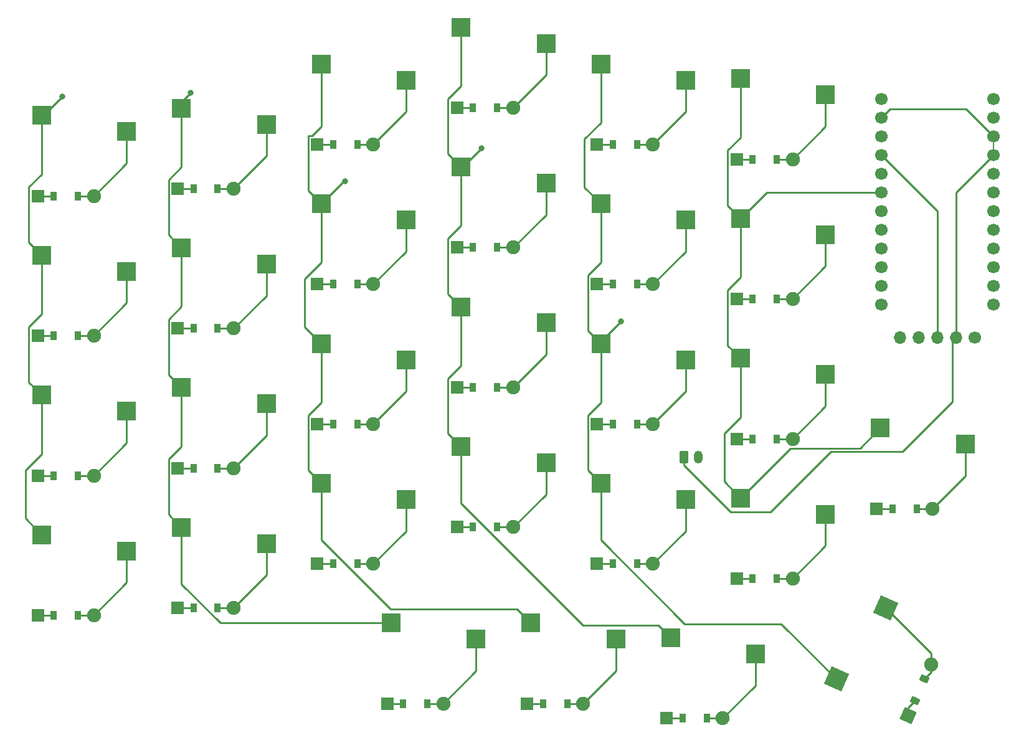
<source format=gbr>
%TF.GenerationSoftware,KiCad,Pcbnew,8.0.5*%
%TF.CreationDate,2024-11-30T23:52:13+01:00*%
%TF.ProjectId,left_finished,6c656674-5f66-4696-9e69-736865642e6b,v1.0.0*%
%TF.SameCoordinates,Original*%
%TF.FileFunction,Copper,L2,Bot*%
%TF.FilePolarity,Positive*%
%FSLAX46Y46*%
G04 Gerber Fmt 4.6, Leading zero omitted, Abs format (unit mm)*
G04 Created by KiCad (PCBNEW 8.0.5) date 2024-11-30 23:52:13*
%MOMM*%
%LPD*%
G01*
G04 APERTURE LIST*
G04 Aperture macros list*
%AMRoundRect*
0 Rectangle with rounded corners*
0 $1 Rounding radius*
0 $2 $3 $4 $5 $6 $7 $8 $9 X,Y pos of 4 corners*
0 Add a 4 corners polygon primitive as box body*
4,1,4,$2,$3,$4,$5,$6,$7,$8,$9,$2,$3,0*
0 Add four circle primitives for the rounded corners*
1,1,$1+$1,$2,$3*
1,1,$1+$1,$4,$5*
1,1,$1+$1,$6,$7*
1,1,$1+$1,$8,$9*
0 Add four rect primitives between the rounded corners*
20,1,$1+$1,$2,$3,$4,$5,0*
20,1,$1+$1,$4,$5,$6,$7,0*
20,1,$1+$1,$6,$7,$8,$9,0*
20,1,$1+$1,$8,$9,$2,$3,0*%
%AMRotRect*
0 Rectangle, with rotation*
0 The origin of the aperture is its center*
0 $1 length*
0 $2 width*
0 $3 Rotation angle, in degrees counterclockwise*
0 Add horizontal line*
21,1,$1,$2,0,0,$3*%
G04 Aperture macros list end*
%TA.AperFunction,SMDPad,CuDef*%
%ADD10R,2.600000X2.600000*%
%TD*%
%TA.AperFunction,ComponentPad*%
%ADD11R,1.778000X1.778000*%
%TD*%
%TA.AperFunction,SMDPad,CuDef*%
%ADD12R,0.900000X1.200000*%
%TD*%
%TA.AperFunction,ComponentPad*%
%ADD13C,1.905000*%
%TD*%
%TA.AperFunction,ComponentPad*%
%ADD14C,1.700000*%
%TD*%
%TA.AperFunction,SMDPad,CuDef*%
%ADD15RotRect,2.600000X2.600000X66.000000*%
%TD*%
%TA.AperFunction,ComponentPad*%
%ADD16RotRect,1.778000X1.778000X66.000000*%
%TD*%
%TA.AperFunction,SMDPad,CuDef*%
%ADD17RotRect,0.900000X1.200000X66.000000*%
%TD*%
%TA.AperFunction,ComponentPad*%
%ADD18O,1.700000X1.700000*%
%TD*%
%TA.AperFunction,ComponentPad*%
%ADD19RoundRect,0.240000X0.360000X0.635000X-0.360000X0.635000X-0.360000X-0.635000X0.360000X-0.635000X0*%
%TD*%
%TA.AperFunction,ComponentPad*%
%ADD20O,1.200000X1.750000*%
%TD*%
%TA.AperFunction,ViaPad*%
%ADD21C,0.800000*%
%TD*%
%TA.AperFunction,Conductor*%
%ADD22C,0.250000*%
%TD*%
%TA.AperFunction,Conductor*%
%ADD23C,0.200000*%
%TD*%
G04 APERTURE END LIST*
D10*
%TO.P,S18,1*%
%TO.N,P4*%
X220725000Y-138050000D03*
%TO.P,S18,2*%
%TO.N,index_home*%
X232275000Y-140250000D03*
%TD*%
D11*
%TO.P,D6,1*%
%TO.N,P16*%
X163190000Y-155000000D03*
D12*
X165350000Y-155000000D03*
%TO.P,D6,2*%
%TO.N,pinky_home*%
X168650000Y-155000000D03*
D13*
X170810000Y-155000000D03*
%TD*%
D11*
%TO.P,D13,1*%
%TO.N,P10*%
X201190000Y-163000000D03*
D12*
X203350000Y-163000000D03*
%TO.P,D13,2*%
%TO.N,middle_bottom*%
X206650000Y-163000000D03*
D13*
X208810000Y-163000000D03*
%TD*%
D11*
%TO.P,D16,1*%
%TO.N,P21*%
X201190000Y-106000000D03*
D12*
X203350000Y-106000000D03*
%TO.P,D16,2*%
%TO.N,middle_number*%
X206650000Y-106000000D03*
D13*
X208810000Y-106000000D03*
%TD*%
D11*
%TO.P,D23,1*%
%TO.N,P19*%
X239190000Y-132000000D03*
D12*
X241350000Y-132000000D03*
%TO.P,D23,2*%
%TO.N,inner_top*%
X244650000Y-132000000D03*
D13*
X246810000Y-132000000D03*
%TD*%
D11*
%TO.P,D2,1*%
%TO.N,P16*%
X144190000Y-156000000D03*
D12*
X146350000Y-156000000D03*
%TO.P,D2,2*%
%TO.N,outer_home*%
X149650000Y-156000000D03*
D13*
X151810000Y-156000000D03*
%TD*%
D10*
%TO.P,S9,1*%
%TO.N,P2*%
X182725000Y-157050000D03*
%TO.P,S9,2*%
%TO.N,ring_bottom*%
X194275000Y-159250000D03*
%TD*%
D11*
%TO.P,D29,1*%
%TO.N,P9*%
X258190000Y-160500000D03*
D12*
X260350000Y-160500000D03*
%TO.P,D29,2*%
%TO.N,main_main*%
X263650000Y-160500000D03*
D13*
X265810000Y-160500000D03*
%TD*%
D11*
%TO.P,D14,1*%
%TO.N,P16*%
X201190000Y-144000000D03*
D12*
X203350000Y-144000000D03*
%TO.P,D14,2*%
%TO.N,middle_home*%
X206650000Y-144000000D03*
D13*
X208810000Y-144000000D03*
%TD*%
D10*
%TO.P,S27,1*%
%TO.N,P3*%
X230225000Y-178050000D03*
%TO.P,S27,2*%
%TO.N,far_bottom*%
X241775000Y-180250000D03*
%TD*%
%TO.P,S14,1*%
%TO.N,P3*%
X201725000Y-133050000D03*
%TO.P,S14,2*%
%TO.N,middle_home*%
X213275000Y-135250000D03*
%TD*%
D14*
%TO.P,MCU1,1*%
%TO.N,P1*%
X274120000Y-104800000D03*
%TO.P,MCU1,2*%
%TO.N,P0*%
X274120000Y-107340000D03*
%TO.P,MCU1,3*%
%TO.N,GND*%
X274120000Y-109880000D03*
%TO.P,MCU1,4*%
X274120000Y-112420000D03*
%TO.P,MCU1,5*%
%TO.N,P2*%
X274120000Y-114960000D03*
%TO.P,MCU1,6*%
%TO.N,P3*%
X274120000Y-117500000D03*
%TO.P,MCU1,7*%
%TO.N,P4*%
X274120000Y-120040000D03*
%TO.P,MCU1,8*%
%TO.N,P5*%
X274120000Y-122580000D03*
%TO.P,MCU1,9*%
%TO.N,P6*%
X274120000Y-125120000D03*
%TO.P,MCU1,10*%
%TO.N,P7*%
X274120000Y-127660000D03*
%TO.P,MCU1,11*%
%TO.N,P8*%
X274120000Y-130200000D03*
%TO.P,MCU1,12*%
%TO.N,P9*%
X274120000Y-132740000D03*
%TO.P,MCU1,13*%
%TO.N,P10*%
X258880000Y-132740000D03*
%TO.P,MCU1,14*%
%TO.N,P16*%
X258880000Y-130200000D03*
%TO.P,MCU1,15*%
%TO.N,P14*%
X258880000Y-127660000D03*
%TO.P,MCU1,16*%
%TO.N,P15*%
X258880000Y-125120000D03*
%TO.P,MCU1,17*%
%TO.N,P18*%
X258880000Y-122580000D03*
%TO.P,MCU1,18*%
%TO.N,P19*%
X258880000Y-120040000D03*
%TO.P,MCU1,19*%
%TO.N,P20*%
X258880000Y-117500000D03*
%TO.P,MCU1,20*%
%TO.N,P21*%
X258880000Y-114960000D03*
%TO.P,MCU1,21*%
%TO.N,VCC*%
X258880000Y-112420000D03*
%TO.P,MCU1,22*%
%TO.N,RST*%
X258880000Y-109880000D03*
%TO.P,MCU1,23*%
%TO.N,GND*%
X258880000Y-107340000D03*
%TO.P,MCU1,24*%
%TO.N,RAW*%
X258880000Y-104800000D03*
%TD*%
D11*
%TO.P,D8,1*%
%TO.N,P21*%
X163190000Y-117000000D03*
D12*
X165350000Y-117000000D03*
%TO.P,D8,2*%
%TO.N,pinky_number*%
X168650000Y-117000000D03*
D13*
X170810000Y-117000000D03*
%TD*%
D10*
%TO.P,S21,1*%
%TO.N,P20*%
X239725000Y-159050000D03*
%TO.P,S21,2*%
%TO.N,inner_bottom*%
X251275000Y-161250000D03*
%TD*%
%TO.P,S23,1*%
%TO.N,P20*%
X239725000Y-121050000D03*
%TO.P,S23,2*%
%TO.N,inner_top*%
X251275000Y-123250000D03*
%TD*%
D11*
%TO.P,D11,1*%
%TO.N,P19*%
X182190000Y-130000000D03*
D12*
X184350000Y-130000000D03*
%TO.P,D11,2*%
%TO.N,ring_top*%
X187650000Y-130000000D03*
D13*
X189810000Y-130000000D03*
%TD*%
D11*
%TO.P,D3,1*%
%TO.N,P19*%
X144190000Y-137000000D03*
D12*
X146350000Y-137000000D03*
%TO.P,D3,2*%
%TO.N,outer_top*%
X149650000Y-137000000D03*
D13*
X151810000Y-137000000D03*
%TD*%
D10*
%TO.P,S6,1*%
%TO.N,P0*%
X163725000Y-144050000D03*
%TO.P,S6,2*%
%TO.N,pinky_home*%
X175275000Y-146250000D03*
%TD*%
D11*
%TO.P,D10,1*%
%TO.N,P16*%
X182190000Y-149000000D03*
D12*
X184350000Y-149000000D03*
%TO.P,D10,2*%
%TO.N,ring_home*%
X187650000Y-149000000D03*
D13*
X189810000Y-149000000D03*
%TD*%
D11*
%TO.P,D18,1*%
%TO.N,P16*%
X220190000Y-149000000D03*
D12*
X222350000Y-149000000D03*
%TO.P,D18,2*%
%TO.N,index_home*%
X225650000Y-149000000D03*
D13*
X227810000Y-149000000D03*
%TD*%
D15*
%TO.P,S28,1*%
%TO.N,P4*%
X252732342Y-183671778D03*
%TO.P,S28,2*%
%TO.N,double_bottom*%
X259439950Y-174015149D03*
%TD*%
D10*
%TO.P,S8,1*%
%TO.N,P0*%
X163725000Y-106050000D03*
%TO.P,S8,2*%
%TO.N,pinky_number*%
X175275000Y-108250000D03*
%TD*%
%TO.P,S12,1*%
%TO.N,P2*%
X182725000Y-100050000D03*
%TO.P,S12,2*%
%TO.N,ring_number*%
X194275000Y-102250000D03*
%TD*%
D16*
%TO.P,D28,1*%
%TO.N,P9*%
X262518060Y-188614291D03*
D17*
X263396612Y-186641033D03*
%TO.P,D28,2*%
%TO.N,double_bottom*%
X264738842Y-183626333D03*
D13*
X265617394Y-181653075D03*
%TD*%
D10*
%TO.P,S7,1*%
%TO.N,P0*%
X163725000Y-125050000D03*
%TO.P,S7,2*%
%TO.N,pinky_top*%
X175275000Y-127250000D03*
%TD*%
D11*
%TO.P,D17,1*%
%TO.N,P10*%
X220190000Y-168000000D03*
D12*
X222350000Y-168000000D03*
%TO.P,D17,2*%
%TO.N,index_bottom*%
X225650000Y-168000000D03*
D13*
X227810000Y-168000000D03*
%TD*%
D10*
%TO.P,S4,1*%
%TO.N,P1*%
X144725000Y-107050000D03*
%TO.P,S4,2*%
%TO.N,outer_number*%
X156275000Y-109250000D03*
%TD*%
%TO.P,S3,1*%
%TO.N,P1*%
X144725000Y-126050000D03*
%TO.P,S3,2*%
%TO.N,outer_top*%
X156275000Y-128250000D03*
%TD*%
D11*
%TO.P,D27,1*%
%TO.N,P9*%
X229690000Y-189000000D03*
D12*
X231850000Y-189000000D03*
%TO.P,D27,2*%
%TO.N,far_bottom*%
X235150000Y-189000000D03*
D13*
X237310000Y-189000000D03*
%TD*%
D10*
%TO.P,S26,1*%
%TO.N,P2*%
X211225000Y-176050000D03*
%TO.P,S26,2*%
%TO.N,home_bottom*%
X222775000Y-178250000D03*
%TD*%
%TO.P,S2,1*%
%TO.N,P1*%
X144725000Y-145050000D03*
%TO.P,S2,2*%
%TO.N,outer_home*%
X156275000Y-147250000D03*
%TD*%
D11*
%TO.P,D25,1*%
%TO.N,P9*%
X191690000Y-187000000D03*
D12*
X193850000Y-187000000D03*
%TO.P,D25,2*%
%TO.N,near_bottom*%
X197150000Y-187000000D03*
D13*
X199310000Y-187000000D03*
%TD*%
D10*
%TO.P,S17,1*%
%TO.N,P4*%
X220725000Y-157050000D03*
%TO.P,S17,2*%
%TO.N,index_bottom*%
X232275000Y-159250000D03*
%TD*%
D11*
%TO.P,D26,1*%
%TO.N,P9*%
X210690000Y-187000000D03*
D12*
X212850000Y-187000000D03*
%TO.P,D26,2*%
%TO.N,home_bottom*%
X216150000Y-187000000D03*
D13*
X218310000Y-187000000D03*
%TD*%
D11*
%TO.P,D9,1*%
%TO.N,P10*%
X182190000Y-168000000D03*
D12*
X184350000Y-168000000D03*
%TO.P,D9,2*%
%TO.N,ring_bottom*%
X187650000Y-168000000D03*
D13*
X189810000Y-168000000D03*
%TD*%
D10*
%TO.P,S25,1*%
%TO.N,P0*%
X192225000Y-176050000D03*
%TO.P,S25,2*%
%TO.N,near_bottom*%
X203775000Y-178250000D03*
%TD*%
%TO.P,S29,1*%
%TO.N,P20*%
X258725000Y-149550000D03*
%TO.P,S29,2*%
%TO.N,main_main*%
X270275000Y-151750000D03*
%TD*%
%TO.P,S16,1*%
%TO.N,P3*%
X201725000Y-95050000D03*
%TO.P,S16,2*%
%TO.N,middle_number*%
X213275000Y-97250000D03*
%TD*%
%TO.P,S5,1*%
%TO.N,P0*%
X163725000Y-163050000D03*
%TO.P,S5,2*%
%TO.N,pinky_bottom*%
X175275000Y-165250000D03*
%TD*%
D11*
%TO.P,D7,1*%
%TO.N,P19*%
X163190000Y-136000000D03*
D12*
X165350000Y-136000000D03*
%TO.P,D7,2*%
%TO.N,pinky_top*%
X168650000Y-136000000D03*
D13*
X170810000Y-136000000D03*
%TD*%
D10*
%TO.P,S10,1*%
%TO.N,P2*%
X182725000Y-138050000D03*
%TO.P,S10,2*%
%TO.N,ring_home*%
X194275000Y-140250000D03*
%TD*%
D11*
%TO.P,D1,1*%
%TO.N,P10*%
X144190000Y-175000000D03*
D12*
X146350000Y-175000000D03*
%TO.P,D1,2*%
%TO.N,outer_bottom*%
X149650000Y-175000000D03*
D13*
X151810000Y-175000000D03*
%TD*%
D11*
%TO.P,D19,1*%
%TO.N,P19*%
X220190000Y-130000000D03*
D12*
X222350000Y-130000000D03*
%TO.P,D19,2*%
%TO.N,index_top*%
X225650000Y-130000000D03*
D13*
X227810000Y-130000000D03*
%TD*%
D11*
%TO.P,D21,1*%
%TO.N,P10*%
X239190000Y-170000000D03*
D12*
X241350000Y-170000000D03*
%TO.P,D21,2*%
%TO.N,inner_bottom*%
X244650000Y-170000000D03*
D13*
X246810000Y-170000000D03*
%TD*%
D11*
%TO.P,D24,1*%
%TO.N,P21*%
X239190000Y-113000000D03*
D12*
X241350000Y-113000000D03*
%TO.P,D24,2*%
%TO.N,inner_number*%
X244650000Y-113000000D03*
D13*
X246810000Y-113000000D03*
%TD*%
D11*
%TO.P,D15,1*%
%TO.N,P19*%
X201190000Y-125000000D03*
D12*
X203350000Y-125000000D03*
%TO.P,D15,2*%
%TO.N,middle_top*%
X206650000Y-125000000D03*
D13*
X208810000Y-125000000D03*
%TD*%
D11*
%TO.P,D4,1*%
%TO.N,P21*%
X144190000Y-118000000D03*
D12*
X146350000Y-118000000D03*
%TO.P,D4,2*%
%TO.N,outer_number*%
X149650000Y-118000000D03*
D13*
X151810000Y-118000000D03*
%TD*%
D10*
%TO.P,S22,1*%
%TO.N,P20*%
X239725000Y-140050000D03*
%TO.P,S22,2*%
%TO.N,inner_home*%
X251275000Y-142250000D03*
%TD*%
%TO.P,S19,1*%
%TO.N,P4*%
X220725000Y-119050000D03*
%TO.P,S19,2*%
%TO.N,index_top*%
X232275000Y-121250000D03*
%TD*%
D18*
%TO.P,DISP1,1*%
%TO.N,P5*%
X261420000Y-137200000D03*
%TO.P,DISP1,2*%
%TO.N,P6*%
X263960000Y-137200000D03*
%TO.P,DISP1,3*%
%TO.N,VCC*%
X266500000Y-137200000D03*
%TO.P,DISP1,4*%
%TO.N,GND*%
X269040000Y-137200000D03*
D14*
%TO.P,DISP1,5*%
%TO.N,P7*%
X271580000Y-137200000D03*
%TD*%
D11*
%TO.P,D12,1*%
%TO.N,P21*%
X182190000Y-111000000D03*
D12*
X184350000Y-111000000D03*
%TO.P,D12,2*%
%TO.N,ring_number*%
X187650000Y-111000000D03*
D13*
X189810000Y-111000000D03*
%TD*%
D11*
%TO.P,D20,1*%
%TO.N,P21*%
X220190000Y-111000000D03*
D12*
X222350000Y-111000000D03*
%TO.P,D20,2*%
%TO.N,index_number*%
X225650000Y-111000000D03*
D13*
X227810000Y-111000000D03*
%TD*%
D11*
%TO.P,D22,1*%
%TO.N,P16*%
X239190000Y-151000000D03*
D12*
X241350000Y-151000000D03*
%TO.P,D22,2*%
%TO.N,inner_home*%
X244650000Y-151000000D03*
D13*
X246810000Y-151000000D03*
%TD*%
D10*
%TO.P,S24,1*%
%TO.N,P20*%
X239725000Y-102050000D03*
%TO.P,S24,2*%
%TO.N,inner_number*%
X251275000Y-104250000D03*
%TD*%
%TO.P,S20,1*%
%TO.N,P4*%
X220725000Y-100050000D03*
%TO.P,S20,2*%
%TO.N,index_number*%
X232275000Y-102250000D03*
%TD*%
%TO.P,S11,1*%
%TO.N,P2*%
X182725000Y-119050000D03*
%TO.P,S11,2*%
%TO.N,ring_top*%
X194275000Y-121250000D03*
%TD*%
D11*
%TO.P,D5,1*%
%TO.N,P10*%
X163190000Y-174000000D03*
D12*
X165350000Y-174000000D03*
%TO.P,D5,2*%
%TO.N,pinky_bottom*%
X168650000Y-174000000D03*
D13*
X170810000Y-174000000D03*
%TD*%
D10*
%TO.P,S1,1*%
%TO.N,P1*%
X144725000Y-164050000D03*
%TO.P,S1,2*%
%TO.N,outer_bottom*%
X156275000Y-166250000D03*
%TD*%
%TO.P,S13,1*%
%TO.N,P3*%
X201725000Y-152050000D03*
%TO.P,S13,2*%
%TO.N,middle_bottom*%
X213275000Y-154250000D03*
%TD*%
%TO.P,S15,1*%
%TO.N,P3*%
X201725000Y-114050000D03*
%TO.P,S15,2*%
%TO.N,middle_top*%
X213275000Y-116250000D03*
%TD*%
D19*
%TO.P,JST1,1*%
%TO.N,GND*%
X232000000Y-153500000D03*
D20*
%TO.P,JST1,2*%
%TO.N,pos*%
X234000000Y-153500000D03*
%TD*%
D21*
%TO.N,P1*%
X147500000Y-104500000D03*
%TO.N,P0*%
X165000000Y-104000000D03*
%TO.N,P2*%
X186000000Y-116000000D03*
%TO.N,P3*%
X204500000Y-111500000D03*
%TO.N,P4*%
X223500000Y-135000000D03*
%TD*%
D22*
%TO.N,P1*%
X144725000Y-145050000D02*
X144725000Y-153037000D01*
X142976000Y-124301000D02*
X144725000Y-126050000D01*
X144725000Y-115037000D02*
X142976000Y-116786000D01*
X142500000Y-161825000D02*
X144725000Y-164050000D01*
X142976000Y-143301000D02*
X144725000Y-145050000D01*
X144725000Y-107050000D02*
X144950000Y-107050000D01*
X144725000Y-126050000D02*
X144725000Y-134037000D01*
X144950000Y-107050000D02*
X147500000Y-104500000D01*
X144725000Y-134037000D02*
X142976000Y-135786000D01*
X144725000Y-153037000D02*
X142500000Y-155262000D01*
X142500000Y-155262000D02*
X142500000Y-161825000D01*
X144725000Y-107050000D02*
X144725000Y-115037000D01*
X142976000Y-116786000D02*
X142976000Y-124301000D01*
X142976000Y-135786000D02*
X142976000Y-143301000D01*
%TO.N,outer_bottom*%
X151810000Y-175000000D02*
X149650000Y-175000000D01*
X156275000Y-166250000D02*
X156275000Y-170535000D01*
X156275000Y-170535000D02*
X151810000Y-175000000D01*
%TO.N,outer_home*%
X151810000Y-156000000D02*
X149650000Y-156000000D01*
X156275000Y-151535000D02*
X151810000Y-156000000D01*
X156275000Y-147250000D02*
X156275000Y-151535000D01*
%TO.N,outer_top*%
X156275000Y-132535000D02*
X151810000Y-137000000D01*
X149650000Y-137000000D02*
X151810000Y-137000000D01*
X156275000Y-128250000D02*
X156275000Y-132535000D01*
%TO.N,outer_number*%
X156275000Y-113535000D02*
X151810000Y-118000000D01*
X156275000Y-109250000D02*
X156275000Y-113535000D01*
X151810000Y-118000000D02*
X149650000Y-118000000D01*
%TO.N,P0*%
X169000000Y-176050000D02*
X192225000Y-176050000D01*
X163725000Y-163050000D02*
X163725000Y-170775000D01*
X161976000Y-153786000D02*
X161976000Y-161301000D01*
X161976000Y-142301000D02*
X163725000Y-144050000D01*
X161976000Y-134786000D02*
X161976000Y-142301000D01*
X163725000Y-114037000D02*
X161976000Y-115786000D01*
X163725000Y-133037000D02*
X161976000Y-134786000D01*
X163725000Y-144050000D02*
X163725000Y-152037000D01*
X163725000Y-105275000D02*
X163725000Y-106050000D01*
X163725000Y-152037000D02*
X161976000Y-153786000D01*
X165000000Y-104000000D02*
X163725000Y-105275000D01*
X161976000Y-123301000D02*
X163725000Y-125050000D01*
X163725000Y-170775000D02*
X169000000Y-176050000D01*
X163725000Y-106050000D02*
X163725000Y-114037000D01*
X161976000Y-115786000D02*
X161976000Y-123301000D01*
X163725000Y-125050000D02*
X163725000Y-133037000D01*
X161976000Y-161301000D02*
X163725000Y-163050000D01*
%TO.N,pinky_bottom*%
X175275000Y-165250000D02*
X175275000Y-169535000D01*
X175275000Y-169535000D02*
X170810000Y-174000000D01*
X170810000Y-174000000D02*
X168650000Y-174000000D01*
%TO.N,pinky_home*%
X175275000Y-150535000D02*
X170810000Y-155000000D01*
X175275000Y-146250000D02*
X175275000Y-150535000D01*
X170810000Y-155000000D02*
X168650000Y-155000000D01*
%TO.N,pinky_top*%
X175275000Y-131535000D02*
X170810000Y-136000000D01*
X175275000Y-127250000D02*
X175275000Y-131535000D01*
X168650000Y-136000000D02*
X170810000Y-136000000D01*
%TO.N,pinky_number*%
X175275000Y-112535000D02*
X170810000Y-117000000D01*
X170810000Y-117000000D02*
X168650000Y-117000000D01*
X175275000Y-108250000D02*
X175275000Y-112535000D01*
%TO.N,P2*%
X182725000Y-119050000D02*
X182725000Y-127037000D01*
X182725000Y-108561000D02*
X181500000Y-109786000D01*
X180500000Y-135825000D02*
X182725000Y-138050000D01*
X182725000Y-127037000D02*
X180500000Y-129262000D01*
X180976000Y-155301000D02*
X182725000Y-157050000D01*
X180500000Y-129262000D02*
X180500000Y-135825000D01*
X185775000Y-116000000D02*
X186000000Y-116000000D01*
X180976000Y-109786000D02*
X180976000Y-117301000D01*
X182725000Y-157050000D02*
X182725000Y-164775000D01*
X182725000Y-138050000D02*
X182725000Y-146037000D01*
X182725000Y-100050000D02*
X182725000Y-108561000D01*
X209350000Y-174175000D02*
X211225000Y-176050000D01*
X180976000Y-147786000D02*
X180976000Y-155301000D01*
X182725000Y-146037000D02*
X180976000Y-147786000D01*
X180976000Y-117301000D02*
X182725000Y-119050000D01*
X182725000Y-119050000D02*
X185775000Y-116000000D01*
X182725000Y-164775000D02*
X192125000Y-174175000D01*
X181500000Y-109786000D02*
X180976000Y-109786000D01*
X192125000Y-174175000D02*
X209350000Y-174175000D01*
%TO.N,ring_bottom*%
X189810000Y-168000000D02*
X187650000Y-168000000D01*
X194275000Y-163535000D02*
X189810000Y-168000000D01*
X194275000Y-159250000D02*
X194275000Y-163535000D01*
%TO.N,ring_home*%
X189810000Y-149000000D02*
X187650000Y-149000000D01*
X194275000Y-140250000D02*
X194275000Y-144535000D01*
X194275000Y-144535000D02*
X189810000Y-149000000D01*
%TO.N,ring_top*%
X194275000Y-125535000D02*
X189810000Y-130000000D01*
X187650000Y-130000000D02*
X189810000Y-130000000D01*
X194275000Y-121250000D02*
X194275000Y-125535000D01*
%TO.N,ring_number*%
X194275000Y-106535000D02*
X189810000Y-111000000D01*
X194275000Y-102250000D02*
X194275000Y-106535000D01*
X189810000Y-111000000D02*
X187650000Y-111000000D01*
%TO.N,P3*%
X199976000Y-104786000D02*
X199976000Y-112301000D01*
X201725000Y-114050000D02*
X201725000Y-122037000D01*
X199976000Y-131301000D02*
X201725000Y-133050000D01*
X201725000Y-122037000D02*
X199976000Y-123786000D01*
X199976000Y-150301000D02*
X201725000Y-152050000D01*
X218325000Y-176375000D02*
X228550000Y-176375000D01*
X201725000Y-103037000D02*
X199976000Y-104786000D01*
X201725000Y-114050000D02*
X201950000Y-114050000D01*
X199976000Y-142786000D02*
X199976000Y-150301000D01*
X201725000Y-95050000D02*
X201725000Y-103037000D01*
X201725000Y-141037000D02*
X199976000Y-142786000D01*
X199976000Y-112301000D02*
X201725000Y-114050000D01*
X201950000Y-114050000D02*
X204500000Y-111500000D01*
X201725000Y-159775000D02*
X218325000Y-176375000D01*
X228550000Y-176375000D02*
X230225000Y-178050000D01*
X199976000Y-123786000D02*
X199976000Y-131301000D01*
X201725000Y-152050000D02*
X201725000Y-159775000D01*
X201725000Y-133050000D02*
X201725000Y-141037000D01*
%TO.N,middle_bottom*%
X213275000Y-158535000D02*
X208810000Y-163000000D01*
X208810000Y-163000000D02*
X206650000Y-163000000D01*
X213275000Y-154250000D02*
X213275000Y-158535000D01*
%TO.N,middle_home*%
X213275000Y-139535000D02*
X208810000Y-144000000D01*
X208810000Y-144000000D02*
X206650000Y-144000000D01*
X213275000Y-135250000D02*
X213275000Y-139535000D01*
%TO.N,middle_top*%
X213275000Y-116250000D02*
X213275000Y-120535000D01*
X213275000Y-120535000D02*
X208810000Y-125000000D01*
X206650000Y-125000000D02*
X208810000Y-125000000D01*
%TO.N,middle_number*%
X208810000Y-106000000D02*
X206650000Y-106000000D01*
X213275000Y-101535000D02*
X208810000Y-106000000D01*
X213275000Y-97250000D02*
X213275000Y-101535000D01*
%TO.N,P4*%
X232125000Y-176175000D02*
X245235564Y-176175000D01*
X220725000Y-157050000D02*
X220725000Y-164775000D01*
X220725000Y-119050000D02*
X220725000Y-127037000D01*
X245235564Y-176175000D02*
X252732342Y-183671778D01*
X220725000Y-100050000D02*
X220725000Y-108037000D01*
X218976000Y-128786000D02*
X218976000Y-136301000D01*
X218976000Y-155301000D02*
X220725000Y-157050000D01*
X218976000Y-147786000D02*
X218976000Y-155301000D01*
X220725000Y-108037000D02*
X218500000Y-110262000D01*
X220725000Y-138050000D02*
X220725000Y-137775000D01*
X220725000Y-138050000D02*
X220725000Y-146037000D01*
X220725000Y-164775000D02*
X232125000Y-176175000D01*
X218500000Y-110262000D02*
X218500000Y-116825000D01*
X220725000Y-137775000D02*
X223500000Y-135000000D01*
X220725000Y-146037000D02*
X218976000Y-147786000D01*
X218976000Y-136301000D02*
X220725000Y-138050000D01*
X218500000Y-116825000D02*
X220725000Y-119050000D01*
X220725000Y-127037000D02*
X218976000Y-128786000D01*
%TO.N,index_bottom*%
X232275000Y-159250000D02*
X232275000Y-163535000D01*
X232275000Y-163535000D02*
X227810000Y-168000000D01*
X227810000Y-168000000D02*
X225650000Y-168000000D01*
%TO.N,index_home*%
X227810000Y-149000000D02*
X225650000Y-149000000D01*
X232275000Y-140250000D02*
X232275000Y-144535000D01*
X232275000Y-144535000D02*
X227810000Y-149000000D01*
%TO.N,index_top*%
X225650000Y-130000000D02*
X227810000Y-130000000D01*
X232275000Y-121250000D02*
X232275000Y-125535000D01*
X232275000Y-125535000D02*
X227810000Y-130000000D01*
%TO.N,index_number*%
X232275000Y-102250000D02*
X232275000Y-106535000D01*
X227810000Y-111000000D02*
X225650000Y-111000000D01*
X232275000Y-106535000D02*
X227810000Y-111000000D01*
%TO.N,P20*%
X239725000Y-148037000D02*
X237500000Y-150262000D01*
X239725000Y-159050000D02*
X246497500Y-152277500D01*
X255997500Y-152277500D02*
X258725000Y-149550000D01*
X239725000Y-110037000D02*
X237976000Y-111786000D01*
X237500000Y-150262000D02*
X237500000Y-156825000D01*
X246497500Y-152277500D02*
X255997500Y-152277500D01*
X237500000Y-156825000D02*
X239725000Y-159050000D01*
X239725000Y-129037000D02*
X237976000Y-130786000D01*
X237976000Y-111786000D02*
X237976000Y-119301000D01*
X237976000Y-138301000D02*
X239725000Y-140050000D01*
X239725000Y-121050000D02*
X239725000Y-129037000D01*
X237976000Y-130786000D02*
X237976000Y-138301000D01*
X239725000Y-140050000D02*
X239725000Y-148037000D01*
X243275000Y-117500000D02*
X258880000Y-117500000D01*
X239725000Y-121050000D02*
X243275000Y-117500000D01*
X239725000Y-102050000D02*
X239725000Y-110037000D01*
X237976000Y-119301000D02*
X239725000Y-121050000D01*
%TO.N,inner_bottom*%
X246810000Y-170000000D02*
X244650000Y-170000000D01*
X251275000Y-161250000D02*
X251275000Y-165535000D01*
X251275000Y-165535000D02*
X246810000Y-170000000D01*
%TO.N,inner_home*%
X251275000Y-146535000D02*
X246810000Y-151000000D01*
X246810000Y-151000000D02*
X244650000Y-151000000D01*
X251275000Y-142250000D02*
X251275000Y-146535000D01*
%TO.N,inner_top*%
X251275000Y-127535000D02*
X246810000Y-132000000D01*
X244650000Y-132000000D02*
X246810000Y-132000000D01*
X251275000Y-123250000D02*
X251275000Y-127535000D01*
%TO.N,inner_number*%
X251275000Y-104250000D02*
X251275000Y-108535000D01*
X251275000Y-108535000D02*
X246810000Y-113000000D01*
X246810000Y-113000000D02*
X244650000Y-113000000D01*
%TO.N,near_bottom*%
X197150000Y-187000000D02*
X199310000Y-187000000D01*
X203775000Y-178250000D02*
X203775000Y-182535000D01*
X203775000Y-182535000D02*
X199310000Y-187000000D01*
%TO.N,home_bottom*%
X216150000Y-187000000D02*
X218310000Y-187000000D01*
X222775000Y-182535000D02*
X218310000Y-187000000D01*
X222775000Y-178250000D02*
X222775000Y-182535000D01*
%TO.N,far_bottom*%
X241775000Y-180250000D02*
X241775000Y-184535000D01*
X235150000Y-189000000D02*
X237310000Y-189000000D01*
X241775000Y-184535000D02*
X237310000Y-189000000D01*
%TO.N,double_bottom*%
X259439950Y-174015149D02*
X265617394Y-180192593D01*
X265617394Y-181653075D02*
X265617394Y-182747781D01*
X265617394Y-182747781D02*
X264738842Y-183626333D01*
X265617394Y-180192593D02*
X265617394Y-181653075D01*
%TO.N,main_main*%
X270275000Y-156035000D02*
X265810000Y-160500000D01*
X270275000Y-151750000D02*
X270275000Y-156035000D01*
X265810000Y-160500000D02*
X263650000Y-160500000D01*
%TO.N,GND*%
X238350000Y-160925000D02*
X243776650Y-160925000D01*
X269040000Y-137200000D02*
X269040000Y-117500000D01*
X260055000Y-106165000D02*
X270405000Y-106165000D01*
X232000000Y-154575000D02*
X238350000Y-160925000D01*
X251974150Y-152727500D02*
X261772500Y-152727500D01*
X261772500Y-152727500D02*
X268500000Y-146000000D01*
X232000000Y-153500000D02*
X232000000Y-154575000D01*
X258880000Y-107340000D02*
X260055000Y-106165000D01*
D23*
X274120000Y-112420000D02*
X274120000Y-109880000D01*
D22*
X269040000Y-117500000D02*
X274120000Y-112420000D01*
X268500000Y-137740000D02*
X269040000Y-137200000D01*
X243776650Y-160925000D02*
X251974150Y-152727500D01*
X270405000Y-106165000D02*
X274120000Y-109880000D01*
X268500000Y-146000000D02*
X268500000Y-137740000D01*
%TO.N,VCC*%
X266500000Y-120040000D02*
X258880000Y-112420000D01*
X266500000Y-137200000D02*
X266500000Y-120040000D01*
%TO.N,P21*%
X203350000Y-106000000D02*
X201190000Y-106000000D01*
X184350000Y-111000000D02*
X182190000Y-111000000D01*
X165350000Y-117000000D02*
X163190000Y-117000000D01*
X222350000Y-111000000D02*
X220190000Y-111000000D01*
X146350000Y-118000000D02*
X144190000Y-118000000D01*
X241350000Y-113000000D02*
X239190000Y-113000000D01*
%TO.N,P19*%
X144190000Y-137000000D02*
X146350000Y-137000000D01*
X182190000Y-130000000D02*
X184350000Y-130000000D01*
X239190000Y-132000000D02*
X241350000Y-132000000D01*
X201190000Y-125000000D02*
X203350000Y-125000000D01*
X163190000Y-136000000D02*
X165350000Y-136000000D01*
X220190000Y-130000000D02*
X222350000Y-130000000D01*
%TO.N,P16*%
X165350000Y-155000000D02*
X163190000Y-155000000D01*
X222350000Y-149000000D02*
X220190000Y-149000000D01*
X241350000Y-151000000D02*
X239190000Y-151000000D01*
X203350000Y-144000000D02*
X201190000Y-144000000D01*
X184350000Y-149000000D02*
X182190000Y-149000000D01*
X146350000Y-156000000D02*
X144190000Y-156000000D01*
%TO.N,P10*%
X146350000Y-175000000D02*
X144190000Y-175000000D01*
X222350000Y-168000000D02*
X220190000Y-168000000D01*
X203350000Y-163000000D02*
X201190000Y-163000000D01*
X184350000Y-168000000D02*
X182190000Y-168000000D01*
X165350000Y-174000000D02*
X163190000Y-174000000D01*
X241350000Y-170000000D02*
X239190000Y-170000000D01*
%TO.N,P9*%
X262518060Y-188614291D02*
X262518060Y-187519585D01*
X262518060Y-187519585D02*
X263396612Y-186641033D01*
X260350000Y-160500000D02*
X258190000Y-160500000D01*
X191690000Y-187000000D02*
X193850000Y-187000000D01*
X210690000Y-187000000D02*
X212850000Y-187000000D01*
X229690000Y-189000000D02*
X231850000Y-189000000D01*
%TD*%
M02*

</source>
